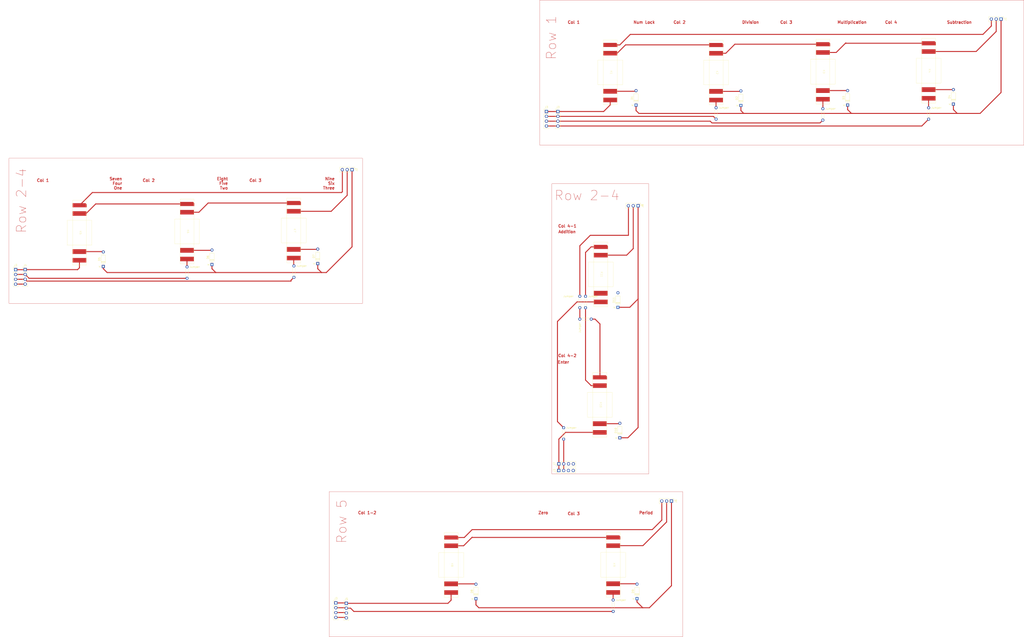
<source format=kicad_pcb>
(kicad_pcb (version 20241229) (generator "pcbnew") (generator_version "9.0")
  (layers (0 "F.Cu" signal) (2 "B.Cu" signal) (13 "F.Paste" user) (15 "B.Paste" user) (5 "F.SilkS" user "F.Silkscreen") (7 "B.SilkS" user "B.Silkscreen") (1 "F.Mask" user) (3 "B.Mask" user) (25 "Edge.Cuts" user))
  (net 0 "")
  (net 1 "Row 1")
  (net 2 "Net-(D1-A)")
  (net 3 "Net-(D2-A)")
  (net 4 "Net-(D3-A)")
  (net 5 "Net-(D4-A)")
  (net 6 "Net-(K1-C2)")
  (net 7 "Net-(K2-C2)")
  (net 8 "Net-(K3-C2)")
  (net 9 "Net-(D5-A)")
  (net 10 "Net-(D6-A)")
  (net 11 "Net-(D7-A)")
  (net 12 "Net-(K5-C2)")
  (net 13 "Net-(K6-C2)")
  (net 14 "Row 2")
  (net 15 "Coil 1-2")
  (net 16 "Coil 1-1")
  (net 17 "Coil 2-2")
  (net 18 "Coil 2-1")
  (net 19 "Col 1-3")
  (net 20 "Col 1-2")
  (net 21 "Col 1-4")
  (net 22 "Col 1-1")
  (net 23 "Col 2-3")
  (net 24 "Col 2-4")
  (net 25 "Col 2-1")
  (net 26 "Col 2-2")
  (net 27 "Net-(D8-A)")
  (net 28 "Row 5")
  (net 29 "Net-(D9-A)")
  (net 30 "Col 5")
  (net 31 "Net-(D10-A)")
  (net 32 "Net-(D11-A)")
  (net 33 "Col 5-2")
  (net 34 "Col 5-4")
  (net 35 "Col 5-3")
  (net 36 "Col 5-1")
  (net 37 "Coil 5-2")
  (net 38 "Coil 5-1")
  (net 41 "Row 5-1")
  (net 42 "Row 5-2")
  (net 43 "Coil 5-3")
  (net 44 "Coil 5-4")
  (net 45 "Net-(K8-C2)")
  (net 46 "Net-(K10-C2)")
  (footprint "Diode_THT:D_DO-35_SOD27_P7.62mm_Horizontal" (layer "F.Cu") (at 372 26.166 90)
    (property "Reference" "D1" (at 3.81 -2.12 90) (layer "F.SilkS"))
    (property "Value" "D")
    (fp_text user "K" (at 0 -1.8 90) (layer "F.SilkS"))
    (pad "1" thru_hole rect (at 0 0 90) (size 1.6 1.6) (drill 0.8) (layers "*.Cu" "*.Mask") (net 1 "Row 1"))
    (pad "2" thru_hole oval (at 7.62 0 90) (size 1.6 1.6) (drill 0.8) (layers "*.Cu" "*.Mask") (net 2 "Net-(D1-A)"))
  )
  (footprint "Connector_PinHeader_2.54mm:PinHeader_1x04_P2.54mm_Vertical" (layer "F.Cu") (at 325 29.5)
    (property "Reference" "J3" (at 0 -2.33 0) (layer "F.SilkS"))
    (property "Value" "Columns")
    (pad "1" thru_hole rect (at 0 0) (size 1.7 1.7) (drill 1) (layers "*.Cu" "*.Mask") (net 22 "Col 1-1"))
    (pad "2" thru_hole oval (at 0 2.54) (size 1.7 1.7) (drill 1) (layers "*.Cu" "*.Mask") (net 20 "Col 1-2"))
    (pad "3" thru_hole oval (at 0 5.08) (size 1.7 1.7) (drill 1) (layers "*.Cu" "*.Mask") (net 19 "Col 1-3"))
    (pad "4" thru_hole oval (at 0 7.62) (size 1.7 1.7) (drill 1) (layers "*.Cu" "*.Mask") (net 21 "Col 1-4"))
  )
  (footprint "Connector_PinHeader_2.54mm:PinHeader_1x03_P2.54mm_Vertical" (layer "F.Cu") (at 563.5 -19.025 -90)
    (property "Reference" "J1" (at 0 -2.33 90) (layer "F.SilkS"))
    (property "Value" "Conn_01x03_Pin")
    (pad "1" thru_hole rect (at 0 0 270) (size 1.7 1.7) (drill 1) (layers "*.Cu" "*.Mask") (net 1 "Row 1"))
    (pad "2" thru_hole oval (at 0 2.54 270) (size 1.7 1.7) (drill 1) (layers "*.Cu" "*.Mask") (net 16 "Coil 1-1"))
    (pad "3" thru_hole oval (at 0 5.08 270) (size 1.7 1.7) (drill 1) (layers "*.Cu" "*.Mask") (net 15 "Coil 1-2"))
  )
  (footprint "project library:Solenoid Key" (layer "F.Cu") (at 275.015875 267.580625 -90)
    (property "Reference" "K8" (at 0 -0.5 270) (layer "F.SilkS") (effects (font (thickness 0.1))))
    (property "Value" "~")
    (pad "1" smd roundrect (at -14.4145 -0.0635 270) (size 2.159 7.493) (layers "F.Cu" "F.Mask" "F.Paste") (roundrect_rratio 0) (chamfer_ratio 0.3) (chamfer top_left) (net 37 "Coil 5-2"))
    (pad "2" smd trapezoid (at -10.080625 0.015875 270) (size 2.38125 7.33425) (layers "F.Cu" "F.Mask" "F.Paste") (net 45 "Net-(K8-C2)"))
    (pad "3" smd rect (at 9.921875 0.0635 270) (size 2.50825 7.239) (layers "F.Cu" "F.Mask" "F.Paste") (net 27 "Net-(D8-A)"))
    (pad "4" smd rect (at 14.478 0.039688 270) (size 2.381248 7.286624) (layers "F.Cu" "F.Mask" "F.Paste") (net 36 "Col 5-1"))
  )
  (footprint "project library:Solenoid Key" (layer "F.Cu") (at 358.497 8.956 -90)
    (property "Reference" "K1" (at 0 -0.5 270) (layer "F.SilkS") (effects (font (thickness 0.1))))
    (property "Value" "~")
    (pad "1" smd roundrect (at -14.4145 -0.0635 270) (size 2.159 7.493) (layers "F.Cu" "F.Mask" "F.Paste") (roundrect_rratio 0) (chamfer_ratio 0.3) (chamfer top_left) (net 15 "Coil 1-2"))
    (pad "2" smd trapezoid (at -10.080625 0.015875 270) (size 2.38125 7.33425) (layers "F.Cu" "F.Mask" "F.Paste") (net 6 "Net-(K1-C2)"))
    (pad "3" smd rect (at 9.921875 0.0635 270) (size 2.50825 7.239) (layers "F.Cu" "F.Mask" "F.Paste") (net 2 "Net-(D1-A)"))
    (pad "4" smd rect (at 14.478 0.039688 270) (size 2.381248 7.286624) (layers "F.Cu" "F.Mask" "F.Paste") (net 22 "Col 1-1"))
  )
  (footprint "Diode_THT:D_DO-35_SOD27_P7.62mm_Horizontal" (layer "F.Cu") (at 92.5 110.854 90)
    (property "Reference" "D5" (at 3.81 -2.12 90) (layer "F.SilkS"))
    (property "Value" "D")
    (fp_text user "K" (at 0 -1.8 90) (layer "F.SilkS"))
    (pad "1" thru_hole rect (at 0 0 90) (size 1.6 1.6) (drill 0.8) (layers "*.Cu" "*.Mask") (net 14 "Row 2"))
    (pad "2" thru_hole oval (at 7.62 0 90) (size 1.6 1.6) (drill 0.8) (layers "*.Cu" "*.Mask") (net 9 "Net-(D5-A)"))
  )
  (footprint "Connector_Wire:SolderWire-0.1sqmm_1x01_D0.4mm_OD1mm_Relief" (layer "F.Cu") (at 342.5 126.5)
    (property "Reference" "Jumper" (at -6 0 0) (layer "F.SilkS"))
    (property "Value" "SolderWire-0.1sqmm_1x01_D0.4mm_OD1mm_Relief" (hide yes))
    (pad "" thru_hole oval (at 0 6) (size 1.6 1.6) (drill 0.8) (layers "*.Cu" "*.Mask") (net 44 "Coil 5-4"))
    (pad "1" thru_hole oval (at 0 0) (size 1.6 1.6) (drill 0.8) (layers "*.Cu" "*.Mask") (net 44 "Coil 5-4"))
  )
  (footprint "project library:Solenoid Key" (layer "F.Cu") (at 525.515875 8.080625 -90)
    (property "Reference" "K4" (at 0 -0.5 270) (layer "F.SilkS") (effects (font (thickness 0.1))))
    (property "Value" "~")
    (pad "1" smd roundrect (at -14.4145 -0.0635 270) (size 2.159 7.493) (layers "F.Cu" "F.Mask" "F.Paste") (roundrect_rratio 0) (chamfer_ratio 0.3) (chamfer top_left) (net 8 "Net-(K3-C2)"))
    (pad "2" smd trapezoid (at -10.080625 0.015875 270) (size 2.38125 7.33425) (layers "F.Cu" "F.Mask" "F.Paste") (net 16 "Coil 1-1"))
    (pad "3" smd rect (at 9.921875 0.0635 270) (size 2.50825 7.239) (layers "F.Cu" "F.Mask" "F.Paste") (net 5 "Net-(D4-A)"))
    (pad "4" smd rect (at 14.478 0.039688 270) (size 2.381248 7.286624) (layers "F.Cu" "F.Mask" "F.Paste") (net 21 "Col 1-4"))
  )
  (footprint "Connector_PinHeader_2.54mm:PinHeader_1x03_P2.54mm_Vertical" (layer "F.Cu") (at 390.58 234.044 -90)
    (property "Reference" "J6" (at 0 -2.33 90) (layer "F.SilkS"))
    (property "Value" "Conn_01x03_Pin")
    (pad "1" thru_hole rect (at 0 0 270) (size 1.7 1.7) (drill 1) (layers "*.Cu" "*.Mask") (net 28 "Row 5"))
    (pad "2" thru_hole oval (at 0 2.54 270) (size 1.7 1.7) (drill 1) (layers "*.Cu" "*.Mask") (net 38 "Coil 5-1"))
    (pad "3" thru_hole oval (at 0 5.08 270) (size 1.7 1.7) (drill 1) (layers "*.Cu" "*.Mask") (net 37 "Coil 5-2"))
  )
  (footprint "Connector_Wire:SolderWire-0.1sqmm_1x01_D0.4mm_OD1mm_Relief" (layer "F.Cu") (at 414 27.5)
    (property "Reference" "Jumper" (at 4 0 0) (layer "F.SilkS"))
    (property "Value" "SolderWire-0.1sqmm_1x01_D0.4mm_OD1mm_Relief" (hide yes))
    (pad "" thru_hole oval (at 0 6) (size 1.6 1.6) (drill 0.8) (layers "*.Cu" "*.Mask") (net 20 "Col 1-2"))
    (pad "1" thru_hole oval (at 0 0) (size 1.6 1.6) (drill 0.8) (layers "*.Cu" "*.Mask") (net 20 "Col 1-2"))
  )
  (footprint "Connector_PinHeader_2.54mm:PinHeader_1x03_P2.54mm_Vertical" (layer "F.Cu") (at 223 60.044 -90)
    (property "Reference" "J2" (at 0 -2.33 90) (layer "F.SilkS"))
    (property "Value" "Coils")
    (pad "1" thru_hole rect (at 0 0 270) (size 1.7 1.7) (drill 1) (layers "*.Cu" "*.Mask") (net 14 "Row 2"))
    (pad "2" thru_hole oval (at 0 2.54 270) (size 1.7 1.7) (drill 1) (layers "*.Cu" "*.Mask") (net 18 "Coil 2-1"))
    (pad "3" thru_hole oval (at 0 5.08 270) (size 1.7 1.7) (drill 1) (layers "*.Cu" "*.Mask") (net 17 "Coil 2-2"))
  )
  (footprint "Connector_Wire:SolderWire-0.1sqmm_1x01_D0.4mm_OD1mm_Relief" (layer "F.Cu") (at 470 28.025)
    (property "Reference" "Jumper" (at 4 0 0) (layer "F.SilkS"))
    (property "Value" "SolderWire-0.1sqmm_1x01_D0.4mm_OD1mm_Relief" (hide yes))
    (pad "" thru_hole oval (at 0 6) (size 1.6 1.6) (drill 0.8) (layers "*.Cu" "*.Mask") (net 19 "Col 1-3"))
    (pad "1" thru_hole oval (at 0 0) (size 1.6 1.6) (drill 0.8) (layers "*.Cu" "*.Mask") (net 19 "Col 1-3"))
  )
  (footprint "Connector_Wire:SolderWire-0.1sqmm_1x01_D0.4mm_OD1mm_Relief" (layer "F.Cu") (at 192.5 110.569)
    (property "Reference" "Jumper" (at 4 0 0) (layer "F.SilkS"))
    (property "Value" "SolderWire-0.1sqmm_1x01_D0.4mm_OD1mm_Relief" (hide yes))
    (pad "" thru_hole oval (at 0 6) (size 1.6 1.6) (drill 0.8) (layers "*.Cu" "*.Mask") (net 23 "Col 2-3"))
    (pad "1" thru_hole oval (at 0 0) (size 1.6 1.6) (drill 0.8) (layers "*.Cu" "*.Mask") (net 23 "Col 2-3"))
  )
  (footprint "Diode_THT:D_DO-35_SOD27_P7.62mm_Horizontal" (layer "F.Cu") (at 483 26.12 90)
    (property "Reference" "D3" (at 3.81 -2.12 90) (layer "F.SilkS"))
    (property "Value" "D")
    (fp_text user "K" (at 0 -1.8 90) (layer "F.SilkS"))
    (pad "1" thru_hole rect (at 0 0 90) (size 1.6 1.6) (drill 0.8) (layers "*.Cu" "*.Mask") (net 1 "Row 1"))
    (pad "2" thru_hole oval (at 7.62 0 90) (size 1.6 1.6) (drill 0.8) (layers "*.Cu" "*.Mask") (net 4 "Net-(D3-A)"))
  )
  (footprint "Diode_THT:D_DO-35_SOD27_P7.62mm_Horizontal" (layer "F.Cu") (at 372.5 285.266 90)
    (property "Reference" "D9" (at 3.81 -2.12 90) (layer "F.SilkS"))
    (property "Value" "D")
    (fp_text user "K" (at 0 -1.8 90) (layer "F.SilkS"))
    (pad "1" thru_hole rect (at 0 0 90) (size 1.6 1.6) (drill 0.8) (layers "*.Cu" "*.Mask") (net 28 "Row 5"))
    (pad "2" thru_hole oval (at 7.62 0 90) (size 1.6 1.6) (drill 0.8) (layers "*.Cu" "*.Mask") (net 29 "Net-(D9-A)"))
  )
  (footprint "Diode_THT:D_DO-35_SOD27_P7.62mm_Horizontal" (layer "F.Cu") (at 363.5 200.81 90)
    (property "Reference" "D10" (at 3.81 -2.12 90) (layer "F.SilkS"))
    (property "Value" "D")
    (fp_text user "K" (at 0 -1.8 90) (layer "F.SilkS"))
    (pad "1" thru_hole rect (at 0 0 90) (size 1.6 1.6) (drill 0.8) (layers "*.Cu" "*.Mask") (net 30 "Col 5"))
    (pad "2" thru_hole oval (at 7.62 0 90) (size 1.6 1.6) (drill 0.8) (layers "*.Cu" "*.Mask") (net 31 "Net-(D10-A)"))
  )
  (footprint "Diode_THT:D_DO-35_SOD27_P7.62mm_Horizontal" (layer "F.Cu") (at 427 26.31 90)
    (property "Reference" "D2" (at 3.81 -2.12 90) (layer "F.SilkS"))
    (property "Value" "D")
    (fp_text user "K" (at 0 -1.8 90) (layer "F.SilkS"))
    (pad "1" thru_hole rect (at 0 0 90) (size 1.6 1.6) (drill 0.8) (layers "*.Cu" "*.Mask") (net 1 "Row 1"))
    (pad "2" thru_hole oval (at 7.62 0 90) (size 1.6 1.6) (drill 0.8) (layers "*.Cu" "*.Mask") (net 3 "Net-(D2-A)"))
  )
  (footprint "Connector_PinHeader_2.54mm:PinHeader_1x04_P2.54mm_Vertical" (layer "F.Cu") (at 331 29.5)
    (property "Reference" "J3" (at 0 -2.33 0) (layer "F.SilkS"))
    (property "Value" "Conn_01x04_Pin" (hide yes))
    (pad "1" thru_hole rect (at 0 0) (size 1.7 1.7) (drill 1) (layers "*.Cu" "*.Mask") (net 22 "Col 1-1"))
    (pad "2" thru_hole oval (at 0 2.54) (size 1.7 1.7) (drill 1) (layers "*.Cu" "*.Mask") (net 20 "Col 1-2"))
    (pad "3" thru_hole oval (at 0 5.08) (size 1.7 1.7) (drill 1) (layers "*.Cu" "*.Mask") (net 19 "Col 1-3"))
    (pad "4" thru_hole oval (at 0 7.62) (size 1.7 1.7) (drill 1) (layers "*.Cu" "*.Mask") (net 21 "Col 1-4"))
  )
  (footprint "Connector_PinHeader_2.54mm:PinHeader_1x04_P2.54mm_Vertical" (layer "F.Cu") (at 331.5 214.5 90)
    (property "Reference" "J7" (at 0 -2.33 90) (layer "F.SilkS"))
    (property "Value" "Conn_01x04_Pin" (hide yes))
    (pad "1" thru_hole rect (at 0 0 90) (size 1.7 1.7) (drill 1) (layers "*.Cu" "*.Mask") (net 41 "Row 5-1"))
    (pad "2" thru_hole oval (at 0 2.54 90) (size 1.7 1.7) (drill 1) (layers "*.Cu" "*.Mask") (net 42 "Row 5-2"))
    (pad "3" thru_hole oval (at 0 5.08 90) (size 1.7 1.7) (drill 1) (layers "*.Cu" "*.Mask"))
    (pad "4" thru_hole oval (at 0 7.62 90) (size 1.7 1.7) (drill 1) (layers "*.Cu" "*.Mask"))
  )
  (footprint "project library:Solenoid Key" (layer "F.Cu") (at 470.0635 8.578125 -90)
    (property "Reference" "K3" (at 0 -0.5 270) (layer "F.SilkS") (effects (font (thickness 0.1))))
    (property "Value" "~")
    (pad "1" smd roundrect (at -14.4145 -0.0635 270) (size 2.159 7.493) (layers "F.Cu" "F.Mask" "F.Paste") (roundrect_rratio 0) (chamfer_ratio 0.3) (chamfer top_left) (net 7 "Net-(K2-C2)"))
    (pad "2" smd trapezoid (at -10.080625 0.015875 270) (size 2.38125 7.33425) (layers "F.Cu" "F.Mask" "F.Paste") (net 8 "Net-(K3-C2)"))
    (pad "3" smd rect (at 9.921875 0.0635 270) (size 2.50825 7.239) (layers "F.Cu" "F.Mask" "F.Paste") (net 4 "Net-(D3-A)"))
    (pad "4" smd rect (at 14.478 0.039688 270) (size 2.381248 7.286624) (layers "F.Cu" "F.Mask" "F.Paste") (net 19 "Col 1-3"))
  )
  (footprint "Connector_Wire:SolderWire-0.1sqmm_1x01_D0.4mm_OD1mm_Relief" (layer "F.Cu") (at 136.4365 111.069)
    (property "Reference" "Jumper" (at 4 0 0) (layer "F.SilkS"))
    (property "Value" "SolderWire-0.1sqmm_1x01_D0.4mm_OD1mm_Relief" (hide yes))
    (pad "" thru_hole oval (at 0 6) (size 1.6 1.6) (drill 0.8) (layers "*.Cu" "*.Mask") (net 26 "Col 2-2"))
    (pad "1" thru_hole oval (at 0 0) (size 1.6 1.6) (drill 0.8) (layers "*.Cu" "*.Mask") (net 26 "Col 2-2"))
  )
  (footprint "project library:Solenoid Key" (layer "F.Cu") (at 353.5 115 -90)
    (property "Reference" "K11" (at 0 -0.5 270) (layer "F.SilkS") (effects (font (thickness 0.1))))
    (property "Value" "~")
    (pad "1" smd roundrect (at -14.4145 -0.0635 270) (size 2.159 7.493) (layers "F.Cu" "F.Mask" "F.Paste") (roundrect_rratio 0) (chamfer_ratio 0.3) (chamfer top_left) (net 46 "Net-(K10-C2)"))
    (pad "2" smd trapezoid (at -10.080625 0.015875 270) (size 2.38125 7.33425) (layers "F.Cu" "F.Mask" "F.Paste") (net 43 "Coil 5-3"))
    (pad "3" smd rect (at 9.921875 0.0635 270) (size 2.50825 7.239) (layers "F.Cu" "F.Mask" "F.Paste") (net 32 "Net-(D11-A)"))
    (pad "4" smd rect (at 14.478 0.039688 270) (size 2.381248 7.286624) (layers "F.Cu" "F.Mask" "F.Paste") (net 42 "Row 5-2"))
  )
  (footprint "Connector_Wire:SolderWire-0.1sqmm_1x01_D0.4mm_OD1mm_Relief" (layer "F.Cu") (at 360 285.981)
    (property "Reference" "Jumper" (at 4 0 0) (layer "F.SilkS"))
    (property "Value" "SolderWire-0.1sqmm_1x01_D0.4mm_OD1mm_Relief" (hide yes))
    (pad "" thru_hole oval (at 0 6) (size 1.6 1.6) (drill 0.8) (layers "*.Cu" "*.Mask") (net 33 "Col 5-2"))
    (pad "1" thru_hole oval (at 0 0) (size 1.6 1.6) (drill 0.8) (layers "*.Cu" "*.Mask") (net 33 "Col 5-2"))
  )
  (footprint "Diode_THT:D_DO-35_SOD27_P7.62mm_Horizontal" (layer "F.Cu") (at 149.5 109.854 90)
    (property "Reference" "D6" (at 3.81 -2.12 90) (layer "F.SilkS"))
    (property "Value" "D")
    (fp_text user "K" (at 0 -1.8 90) (layer "F.SilkS"))
    (pad "1" thru_hole rect (at 0 0 90) (size 1.6 1.6) (drill 0.8) (layers "*.Cu" "*.Mask") (net 14 "Row 2"))
    (pad "2" thru_hole oval (at 7.62 0 90) (size 1.6 1.6) (drill 0.8) (layers "*.Cu" "*.Mask") (net 10 "Net-(D6-A)"))
  )
  (footprint "Connector_Wire:SolderWire-0.1sqmm_1x01_D0.4mm_OD1mm_Relief" (layer "F.Cu") (at 334 195.525)
    (property "Reference" "Jumper" (at 4 0 0) (layer "F.SilkS"))
    (property "Value" "SolderWire-0.1sqmm_1x01_D0.4mm_OD1mm_Relief" (hide yes))
    (pad "" thru_hole oval (at 0 6) (size 1.6 1.6) (drill 0.8) (layers "*.Cu" "*.Mask") (net 42 "Row 5-2"))
    (pad "1" thru_hole oval (at 0 0) (size 1.6 1.6) (drill 0.8) (layers "*.Cu" "*.Mask") (net 42 "Row 5-2"))
  )
  (footprint "project library:Solenoid Key" (layer "F.Cu") (at 353 183.5 -90)
    (property "Reference" "K10" (at 0 -0.5 270) (layer "F.SilkS") (effects (font (thickness 0.1))))
    (property "Value" "~")
    (pad "1" smd roundrect (at -14.4145 -0.0635 270) (size 2.159 7.493) (layers "F.Cu" "F.Mask" "F.Paste") (roundrect_rratio 0) (chamfer_ratio 0.3) (chamfer top_left) (net 44 "Coil 5-4"))
    (pad "2" smd trapezoid (at -10.080625 0.015875 270) (size 2.38125 7.33425) (layers "F.Cu" "F.Mask" "F.Paste") (net 46 "Net-(K10-C2)"))
    (pad "3" smd rect (at 9.921875 0.0635 270) (size 2.50825 7.239) (layers "F.Cu" "F.Mask" "F.Paste") (net 31 "Net-(D10-A)"))
    (pad "4" smd rect (at 14.478 0.039688 270) (size 2.381248 7.286624) (layers "F.Cu" "F.Mask" "F.Paste") (net 41 "Row 5-1"))
  )
  (footprint "Connector_PinHeader_2.54mm:PinHeader_1x03_P2.54mm_Vertical" (layer "F.Cu") (at 373.08 79 -90)
    (property "Reference" "J8" (at 0 -2.33 90) (layer "F.SilkS"))
    (property "Value" "Conn_01x03_Pin")
    (pad "1" thru_hole rect (at 0 0 270) (size 1.7 1.7) (drill 1) (layers "*.Cu" "*.Mask") (net 30 "Col 5"))
    (pad "2" thru_hole oval (at 0 2.54 270) (size 1.7 1.7) (drill 1) (layers "*.Cu" "*.Mask") (net 43 "Coil 5-3"))
    (pad "3" thru_hole oval (at 0 5.08 270) (size 1.7 1.7) (drill 1) (layers "*.Cu" "*.Mask") (net 44 "Coil 5-4"))
  )
  (footprint "Connector_PinHeader_2.54mm:PinHeader_1x04_P2.54mm_Vertical" (layer "F.Cu") (at 220 287.744)
    (property "Reference" "J5" (at 0 -2.33 0) (layer "F.SilkS"))
    (property "Value" "Conn_01x04_Pin")
    (pad "1" thru_hole rect (at 0 0) (size 1.7 1.7) (drill 1) (layers "*.Cu" "*.Mask") (net 36 "Col 5-1"))
    (pad "2" thru_hole oval (at 0 2.54) (size 1.7 1.7) (drill 1) (layers "*.Cu" "*.Mask") (net 33 "Col 5-2"))
    (pad "3" thru_hole oval (at 0 5.08) (size 1.7 1.7) (drill 1) (layers "*.Cu" "*.Mask") (net 35 "Col 5-3"))
    (pad "4" thru_hole oval (at 0 7.62) (size 1.7 1.7) (drill 1) (layers "*.Cu" "*.Mask") (net 34 "Col 5-4"))
  )
  (footprint "Connector_PinHeader_2.54mm:PinHeader_1x04_P2.54mm_Vertical" (layer "F.Cu") (at 46.5 112.544)
    (property "Reference" "J3" (at 0 -2.33 0) (layer "F.SilkS"))
    (property "Value" "Columns")
    (pad "1" thru_hole rect (at 0 0) (size 1.7 1.7) (drill 1) (layers "*.Cu" "*.Mask") (net 25 "Col 2-1"))
    (pad "2" thru_hole oval (at 0 2.54) (size 1.7 1.7) (drill 1) (layers "*.Cu" "*.Mask") (net 26 "Col 2-2"))
    (pad "3" thru_hole oval (at 0 5.08) (size 1.7 1.7) (drill 1) (layers "*.Cu" "*.Mask") (net 23 "Col 2-3"))
    (pad "4" thru_hole oval (at 0 7.62) (size 1.7 1.7) (drill 1) (layers "*.Cu" "*.Mask") (net 24 "Col 2-4"))
  )
  (footprint "Diode_THT:D_DO-35_SOD27_P7.62mm_Horizontal" (layer "F.Cu") (at 288 285.31 90)
    (property "Reference" "D8" (at 3.81 -2.12 90) (layer "F.SilkS"))
    (property "Value" "D")
    (fp_text user "K" (at 0 -1.8 90) (layer "F.SilkS"))
    (pad "1" thru_hole rect (at 0 0 90) (size 1.6 1.6) (drill 0.8) (layers "*.Cu" "*.Mask") (net 28 "Row 5"))
    (pad "2" thru_hole oval (at 7.62 0 90) (size 1.6 1.6) (drill 0.8) (layers "*.Cu" "*.Mask") (net 27 "Net-(D8-A)"))
  )
  (footprint "project library:Solenoid Key" (layer "F.Cu") (at 136.4365 92.4585 -90)
    (property "Reference" "K6" (at 0 -0.5 270) (layer "F.SilkS") (effects (font (thickness 0.1))))
    (property "Value" "~")
    (pad "1" smd roundrect (at -14.4145 -0.0635 270) (size 2.159 7.493) (layers "F.Cu" "F.Mask" "F.Paste") (roundrect_rratio 0) (chamfer_ratio 0.3) (chamfer top_left) (net 12 "Net-(K5-C2)"))
    (pad "2" smd trapezoid (at -10.080625 0.015875 270) (size 2.38125 7.33425) (layers "F.Cu" "F.Mask" "F.Paste") (net 13 "Net-(K6-C2)"))
    (pad "3" smd rect (at 9.921875 0.0635 270) (size 2.50825 7.239) (layers "F.Cu" "F.Mask" "F.Paste") (net 10 "Net-(D6-A)"))
    (pad "4" smd rect (at 14.478 0.039688 270) (size 2.381248 7.286624) (layers "F.Cu" "F.Mask" "F.Paste") (net 26 "Col 2-2"))
  )
  (footprint "Connector_PinHeader_2.54mm:PinHeader_1x04_P2.54mm_Vertical" (layer "F.Cu") (at 51.5 112.504)
    (property "Reference" "J4" (at 0 -2.33 0) (layer "F.SilkS"))
    (property "Value" "Conn_01x04_Pin" (hide yes))
    (pad "1" thru_hole rect (at 0 0) (size 1.7 1.7) (drill 1) (layers "*.Cu" "*.Mask") (net 25 "Col 2-1"))
    (pad "2" thru_hole oval (at 0 2.54) (size 1.7 1.7) (drill 1) (layers "*.Cu" "*.Mask") (net 26 "Col 2-2"))
    (pad "3" thru_hole oval (at 0 5.08) (size 1.7 1.7) (drill 1) (layers "*.Cu" "*.Mask") (net 23 "Col 2-3"))
    (pad "4" thru_hole oval (at 0 7.62) (size 1.7 1.7) (drill 1) (layers "*.Cu" "*.Mask") (net 24 "Col 2-4"))
  )
  (footprint "Diode_THT:D_DO-35_SOD27_P7.62mm_Horizontal" (layer "F.Cu") (at 362.5 132.31 90)
    (property "Reference" "D11" (at 3.81 -2.12 90) (layer "F.SilkS"))
    (property "Value" "D")
    (fp_text user "K" (at 0 -1.8 90) (layer "F.SilkS"))
    (pad "1" thru_hole rect (at 0 0 90) (size 1.6 1.6) (drill 0.8) (layers "*.Cu" "*.Mask") (net 30 "Col 5"))
    (pad "2" thru_hole oval (at 7.62 0 90) (size 1.6 1.6) (drill 0.8) (layers "*.Cu" "*.Mask") (net 32 "Net-(D11-A)"))
  )
  (footprint "Connector_Wire:SolderWire-0.1sqmm_1x01_D0.4mm_OD1mm_Relief" (layer "F.Cu") (at 342.5 138.5 90)
    (property "Reference" "Jumper" (at -4.5 0 90) (layer "F.SilkS"))
    (property "Value" "SolderWire-0.1sqmm_1x01_D0.4mm_OD1mm_Relief" (hide yes))
    (pad "" thru_hole oval (at 0 6 180) (size 1.6 1.6) (drill 0.8) (layers "*.Cu" "*.Mask") (net 44 "Coil 5-4"))
    (pad "1" thru_hole oval (at 0 0 90) (size 1.6 1.6) (drill 0.8) (layers "*.Cu" "*.Mask") (net 44 "Coil 5-4"))
  )
  (footprint "Connector_Wire:SolderWire-0.1sqmm_1x01_D0.4mm_OD1mm_Relief" (layer "F.Cu") (at 525.5 27.525)
    (property "Reference" "Jumper" (at 4 0 0) (layer "F.SilkS"))
    (property "Value" "SolderWire-0.1sqmm_1x01_D0.4mm_OD1mm_Relief" (hide yes))
    (pad "" thru_hole oval (at 0 6) (size 1.6 1.6) (drill 0.8) (layers "*.Cu" "*.Mask") (net 21 "Col 1-4"))
    (pad "1" thru_hole oval (at 0 0) (size 1.6 1.6) (drill 0.8) (layers "*.Cu" "*.Mask") (net 21 "Col 1-4"))
  )
  (footprint "project library:Solenoid Key" (layer "F.Cu") (at 414.003 9 -90)
    (property "Reference" "K2" (at 0 -0.5 270) (layer "F.SilkS") (effects (font (thickness 0.1))))
    (property "Value" "~")
    (pad "1" smd roundrect (at -14.4145 -0.0635 270) (size 2.159 7.493) (layers "F.Cu" "F.Mask" "F.Paste") (roundrect_rratio 0) (chamfer_ratio 0.3) (chamfer top_left) (net 6 "Net-(K1-C2)"))
    (pad "2" smd trapezoid (at -10.080625 0.015875 270) (size 2.38125 7.33425) (layers "F.Cu" "F.Mask" "F.Paste") (net 7 "Net-(K2-C2)"))
    (pad "3" smd rect (at 9.921875 0.0635 270) (size 2.50825 7.239) (layers "F.Cu" "F.Mask" "F.Paste") (net 3 "Net-(D2-A)"))
    (pad "4" smd rect (at 14.478 0.039688 270) (size 2.381248 7.286624) (layers "F.Cu" "F.Mask" "F.Paste") (net 20 "Col 1-2"))
  )
  (footprint "Connector_Wire:SolderWire-0.1sqmm_1x01_D0.4mm_OD1mm_Relief" (layer "F.Cu") (at 345.5 126.525)
    (property "Reference" "Jumper" (at 4 0 0) (layer "F.SilkS"))
    (property "Value" "SolderWire-0.1sqmm_1x01_D0.4mm_OD1mm_Relief" (hide yes))
    (pad "" thru_hole oval (at 0 6) (size 1.6 1.6) (drill 0.8) (layers "*.Cu" "*.Mask") (net 46 "Net-(K10-C2)"))
    (pad "1" thru_hole oval (at 0 0) (size 1.6 1.6) (drill 0.8) (layers "*.Cu" "*.Mask") (net 46 "Net-(K10-C2)"))
  )
  (footprint "Connector_PinHeader_2.54mm:PinHeader_1x04_P2.54mm_Vertical" (layer "F.Cu") (at 331.46 218 90)
    (property "Reference" "J3" (at 0 -2.33 90) (layer "F.SilkS"))
    (property "Value" "Columns")
    (pad "1" thru_hole rect (at 0 0 90) (size 1.7 1.7) (drill 1) (layers "*.Cu" "*.Mask") (net 41 "Row 5-1"))
    (pad "2" thru_hole oval (at 0 2.54 90) (size 1.7 1.7) (drill 1) (layers "*.Cu" "*.Mask") (net 42 "Row 5-2"))
    (pad "3" thru_hole oval (at 0 5.08 90) (size 1.7 1.7) (drill 1) (layers "*.Cu" "*.Mask"))
    (pad "4" thru_hole oval (at 0 7.62 90) (size 1.7 1.7) (drill 1) (layers "*.Cu" "*.Mask"))
  )
  (footprint "project library:Solenoid Key" (layer "F.Cu") (at 192.4365 91.9585 -90)
    (property "Reference" "K7" (at 0 -0.5 270) (layer "F.SilkS") (effects (font (thickness 0.1))))
    (property "Value" "~")
    (pad "1" smd roundrect (at -14.4145 -0.0635 270) (size 2.159 7.493) (layers "F.Cu" "F.Mask" "F.Paste") (roundrect_rratio 0) (chamfer_ratio 0.3) (chamfer top_left) (net 13 "Net-(K6-C2)"))
    (pad "2" smd trapezoid (at -10.080625 0.015875 270) (size 2.38125 7.33425) (layers "F.Cu" "F.Mask" "F.Paste") (net 18 "Coil 2-1"))
    (pad "3" smd rect (at 9.921875 0.0635 270) (size 2.50825 7.239) (layers "F.Cu" "F.Mask" "F.Paste") (net 11 "Net-(D7-A)"))
    (pad "4" smd rect (at 14.478 0.039688 270) (size 2.381248 7.286624) (layers "F.Cu" "F.Mask" "F.Paste") (net 23 "Col 2-3"))
  )
  (footprint "Connector_PinHeader_2.54mm:PinHeader_1x04_P2.54mm_Vertical" (layer "F.Cu") (at 214.5 287.504)
    (property "Reference" "J3" (at 0 -2.33 0) (layer "F.SilkS"))
    (property "Value" "Columns")
    (pad "1" thru_hole rect (at 0 0) (size 1.7 1.7) (drill 1) (layers "*.Cu" "*.Mask") (net 36 "Col 5-1"))
    (pad "2" thru_hole oval (at 0 2.54) (size 1.7 1.7) (drill 1) (layers "*.Cu" "*.Mask") (net 33 "Col 5-2"))
    (pad "3" thru_hole oval (at 0 5.08) (size 1.7 1.7) (drill 1) (layers "*.Cu" "*.Mask") (net 35 "Col 5-3"))
    (pad "4" thru_hole oval (at 0 7.62) (size 1.7 1.7) (drill 1) (layers "*.Cu" "*.Mask") (net 34 "Col 5-4"))
  )
  (footprint "project library:Solenoid Key" (layer "F.Cu") (at 360.015875 267.536625 -90)
    (property "Reference" "K9" (at 0 -0.5 270) (layer "F.SilkS") (effects (font (thickness 0.1))))
    (property "Value" "~")
    (pad "1" smd roundrect (at -14.4145 -0.0635 270) (size 2.159 7.493) (layers "F.Cu" "F.Mask" "F.Paste") (roundrect_rratio 0) (chamfer_ratio 0.3) (chamfer top_left) (net 45 "Net-(K8-C2)"))
    (pad "2" smd trapezoid (at -10.080625 0.015875 270) (size 2.38125 7.33425) (layers "F.Cu" "F.Mask" "F.Paste") (net 38 "Coil 5-1"))
    (pad "3" smd rect (at 9.921875 0.0635 270) (size 2.50825 7.239) (layers "F.Cu" "F.Mask" "F.Paste") (net 29 "Net-(D9-A)"))
    (pad "4" smd rect (at 14.478 0.039688 270) (size 2.381248 7.286624) (layers "F.Cu" "F.Mask" "F.Paste") (net 33 "Col 5-2"))
  )
  (footprint "project library:Solenoid Key" (layer "F.Cu") (at 80.015875 93.124625 -90)
    (property "Reference" "K5" (at 0 -0.5 270) (layer "F.SilkS") (effects (font (thickness 0.1))))
    (property "Value" "~")
    (pad "1" smd roundrect (at -14.4145 -0.0635 270) (size 2.159 7.493) (layers "F.Cu" "F.Mask" "F.Paste") (roundrect_rratio 0) (chamfer_ratio 0.3) (chamfer top_left) (net 17 "Coil 2-2"))
    (pad "2" smd trapezoid (at -10.080625 0.015875 270) (size 2.38125 7.33425) (layers "F.Cu" "F.Mask" "F.Paste") (net 12 "Net-(K5-C2)"))
    (pad "3" smd rect (at 9.921875 0.0635 270) (size 2.50825 7.239) (layers "F.Cu" "F.Mask" "F.Paste") (net 9 "Net-(D5-A)"))
    (pad "4" smd rect (at 14.478 0.039688 270) (size 2.381248 7.286624) (layers "F.Cu" "F.Mask" "F.Paste") (net 25 "Col 2-1"))
  )
  (footprint "Diode_THT:D_DO-35_SOD27_P7.62mm_Horizontal" (layer "F.Cu") (at 205 109.354 90)
    (property "Reference" "D7" (at 3.81 -2.12 90) (layer "F.SilkS"))
    (property "Value" "D")
    (fp_text user "K" (at 0 -1.8 90) (layer "F.SilkS"))
    (pad "1" thru_hole rect (at 0 0 90) (size 1.6 1.6) (drill 0.8) (layers "*.Cu" "*.Mask") (net 14 "Row 2"))
    (pad "2" thru_hole oval (at 7.62 0 90) (size 1.6 1.6) (drill 0.8) (layers "*.Cu" "*.Mask") (net 11 "Net-(D7-A)"))
  )
  (footprint "Diode_THT:D_DO-35_SOD27_P7.62mm_Horizontal" (layer "F.Cu") (at 538.5 25.62 90)
    (property "Reference" "D4" (at 3.81 -2.12 90) (layer "F.SilkS"))
    (property "Value" "D")
    (fp_text user "K" (at 0 -1.8 90) (layer "F.SilkS"))
    (pad "1" thru_hole rect (at 0 0 90) (size 1.6 1.6) (drill 0.8) (layers "*.Cu" "*.Mask") (net 1 "Row 1"))
    (pad "2" thru_hole oval (at 7.62 0 90) (size 1.6 1.6) (drill 0.8) (layers "*.Cu" "*.Mask") (net 5 "Net-(D4-A)"))
  )
  (gr_rect (start 321.5 -29) (end 575.5 47.2) (stroke (width 0.1)) (fill no) (layer "F.Cu"))
  (gr_rect (start 43 54.044) (end 228.5 130.244) (stroke (width 0.1)) (fill no) (layer "F.Cu"))
  (gr_rect (start 327.853 67.4) (end 378.653 219.8) (stroke (width 0.1)) (fill no) (layer "F.Cu"))
  (gr_rect (start 211 229.088) (end 396.5 305.288) (stroke (width 0.1)) (fill no) (layer "F.Cu"))
  (gr_text "Enter" (at 337 162 0) (layer "F.Cu") (effects (font (size 1.5 1.5) (thickness 0.3) (bold yes)) (justify right bottom)))
  (gr_text "Subtraction" (at 535 -16.5 0) (layer "F.Cu") (effects (font (size 1.5 1.5) (thickness 0.3) (bold yes)) (justify left bottom)))
  (gr_text "Zero" (at 326 241.044 0) (layer "F.Cu") (effects (font (size 1.5 1.5) (thickness 0.3) (bold yes)) (justify right bottom)))
  (gr_text "Row 5" (at 220.5 256.544 90) (layer "F.Cu") (effects (font (size 5 5)) (justify left bottom)))
  (gr_text "Col 3\n" (at 447.5 -16.5 0) (layer "F.Cu") (effects (font (size 1.5 1.5) (thickness 0.3) (bold yes)) (justify left bottom)))
  (gr_text "Col 2 " (at 391.5 -16.5 0) (layer "F.Cu") (effects (font (size 1.5 1.5) (thickness 0.3) (bold yes)) (justify left bottom)))
  (gr_text "Col 4-1" (at 331.006 90.5 0) (layer "F.Cu") (effects (font (size 1.5 1.5) (thickness 0.3) (bold yes)) (justify left bottom)))
  (gr_text "Row 2-4" (at 52.5 93.544 90) (layer "F.Cu") (effects (font (size 5 5)) (justify left bottom)))
  (gr_text "Period" (at 381 241.044 0) (layer "F.Cu") (effects (font (size 1.5 1.5) (thickness 0.3) (bold yes)) (justify right bottom)))
  (gr_text "Multiplication" (at 477.5 -16.5 0) (layer "F.Cu") (effects (font (size 1.5 1.5) (thickness 0.3) (bold yes)) (justify left bottom)))
  (gr_text "Col 1-2\n" (at 226 241.044 0) (layer "F.Cu") (effects (font (size 1.5 1.5) (thickness 0.3) (bold yes)) (justify left bottom)))
  (gr_text "Col 1 " (at 336 -16.5 0) (layer "F.Cu") (effects (font (size 1.5 1.5) (thickness 0.3) (bold yes)) (justify left bottom)))
  (gr_text "Addition" (at 340.5 93.5 0) (layer "F.Cu") (effects (font (size 1.5 1.5) (thickness 0.3) (bold yes)) (justify right bottom)))
  (gr_text "Row 2-4" (at 329 76.5 0) (layer "F.Cu") (effects (font (size 5 5)) (justify left bottom)))
  (gr_text "Col 3" (at 336 241.5 0) (layer "F.Cu") (effects (font (size 1.5 1.5) (thickness 0.3) (bold yes)) (justify left bottom)))
  (gr_text "Row 1" (at 330.5 2.5 90) (layer "F.Cu") (effects (font (size 5 5)) (justify left bottom)))
  (gr_text "Num Lock\n" (at 370.5 -16.5 0) (layer "F.Cu") (effects (font (size 1.5 1.5) (thickness 0.3) (bold yes)) (justify left bottom)))
  (gr_text "Nine\nSix\nThree" (at 214 70.544 0) (layer "F.Cu") (effects (font (size 1.5 1.5) (thickness 0.3) (bold yes)) (justify right bottom)))
  (gr_text "Division" (at 427.5 -16.5 0) (layer "F.Cu") (effects (font (size 1.5 1.5) (thickness 0.3) (bold yes)) (justify left bottom)))
  (gr_text "Col 2 " (at 113 66.544 0) (layer "F.Cu") (effects (font (size 1.5 1.5) (thickness 0.3) (bold yes)) (justify left bottom)))
  (gr_text "Col 1 " (at 57.5 66.544 0) (layer "F.Cu") (effects (font (size 1.5 1.5) (thickness 0.3) (bold yes)) (justify left bottom)))
  (gr_text "Col 3\n" (at 169 66.544 0) (layer "F.Cu") (effects (font (size 1.5 1.5) (thickness 0.3) (bold yes)) (justify left bottom)))
  (gr_text "Seven\nFour\nOne" (at 102.5 70.544 0) (layer "F.Cu") (effects (font (size 1.5 1.5) (thickness 0.3) (bold yes)) (justify right bottom)))
  (gr_text "Col 4" (at 502.5 -16.5 0) (layer "F.Cu") (effects (font (size 1.5 1.5) (thickness 0.3) (bold yes)) (justify left bottom)))
  (gr_text "Eight\nFive\nTwo" (at 158 70.544 0) (layer "F.Cu") (effects (font (size 1.5 1.5) (thickness 0.3) (bold yes)) (justify right bottom)))
  (gr_text "Col 4-2" (at 330.997 158.544 0) (layer "F.Cu") (effects (font (size 1.5 1.5) (thickness 0.3) (bold yes)) (justify left bottom)))
  (segment (start 485.5 30.5) (end 540.5 30.5) (width 0.508) (layer "F.Cu") (net 1))
  (segment (start 373.5 30.5) (end 430 30.5) (width 0.508) (layer "F.Cu") (net 1))
  (segment (start 483 28.5) (end 485 30.5) (width 0.508) (layer "F.Cu") (net 1))
  (segment (start 372 29) (end 373.5 30.5) (width 0.508) (layer "F.Cu") (net 1))
  (segment (start 428.5 30.5) (end 430 30.5) (width 0.508) (layer "F.Cu") (net 1))
  (segment (start 427 29) (end 428.5 30.5) (width 0.508) (layer "F.Cu") (net 1))
  (segment (start 563.5 -19.025) (end 563.5 19.5) (width 0.508) (layer "F.Cu") (net 1))
  (segment (start 427 26.31) (end 427 29) (width 0.508) (layer "F.Cu") (net 1))
  (segment (start 483 26.12) (end 483 28.5) (width 0.508) (layer "F.Cu") (net 1))
  (segment (start 563.5 19.5) (end 552.5 30.5) (width 0.508) (layer "F.Cu") (net 1))
  (segment (start 430 30.5) (end 485.5 30.5) (width 0.508) (layer "F.Cu") (net 1))
  (segment (start 538.5 28.5) (end 540.5 30.5) (width 0.508) (layer "F.Cu") (net 1))
  (segment (start 485 30.5) (end 485.5 30.5) (width 0.508) (layer "F.Cu") (net 1))
  (segment (start 538.5 25.62) (end 538.5 28.5) (width 0.508) (layer "F.Cu") (net 1))
  (segment (start 372 26.166) (end 372 29) (width 0.508) (layer "F.Cu") (net 1))
  (segment (start 552.5 30.5) (end 540.5 30.5) (width 0.508) (layer "F.Cu") (net 1))
  (segment (start 358.4335 18.877875) (end 371.668125 18.877875) (width 0.508) (layer "F.Cu") (net 2))
  (segment (start 371.668125 18.877875) (end 372 18.546) (width 0.508) (layer "F.Cu") (net 2))
  (segment (start 426.768125 18.921875) (end 427 18.69) (width 0.508) (layer "F.Cu") (net 3))
  (segment (start 413.9395 18.921875) (end 426.768125 18.921875) (width 0.508) (layer "F.Cu") (net 3))
  (segment (start 470 18.5) (end 483 18.5) (width 0.508) (layer "F.Cu") (net 4))
  (segment (start 538.4975 18.0025) (end 538.5 18) (width 0.508) (layer "F.Cu") (net 5))
  (segment (start 525.452375 18.0025) (end 538.4975 18.0025) (width 0.508) (layer "F.Cu") (net 5))
  (segment (start 413.981 -5.5) (end 414.0665 -5.4145) (width 0.508) (layer "F.Cu") (net 6))
  (segment (start 366.5 -5.5) (end 413.981 -5.5) (width 0.508) (layer "F.Cu") (net 6))
  (segment (start 362.124625 -1.124625) (end 366.5 -5.5) (width 0.508) (layer "F.Cu") (net 6))
  (segment (start 358.481125 -1.124625) (end 362.124625 -1.124625) (width 0.508) (layer "F.Cu") (net 6))
  (segment (start 413.987125 -1.080625) (end 419.080625 -1.080625) (width 0.508) (layer "F.Cu") (net 7))
  (segment (start 423.836375 -5.836375) (end 470.127 -5.836375) (width 0.508) (layer "F.Cu") (net 7))
  (segment (start 419.080625 -1.080625) (end 423.836375 -5.836375) (width 0.508) (layer "F.Cu") (net 7))
  (segment (start 482.166125 -6.333875) (end 525.579375 -6.333875) (width 0.508) (layer "F.Cu") (net 8))
  (segment (start 470.047625 -1.5025) (end 475.9975 -1.5025) (width 0.508) (layer "F.Cu") (net 8))
  (segment (start 482 -6.5) (end 482.166125 -6.333875) (width 0.508) (layer "F.Cu") (net 8))
  (segment (start 476 -1.5) (end 477 -1.5) (width 0.508) (layer "F.Cu") (net 8))
  (segment (start 477 -1.5) (end 482 -6.5) (width 0.508) (layer "F.Cu") (net 8))
  (segment (start 475.9975 -1.5025) (end 476 -1.5) (width 0.508) (layer "F.Cu") (net 8))
  (segment (start 79.952375 103.0465) (end 92.3125 103.0465) (width 0.508) (layer "F.Cu") (net 9))
  (segment (start 92.3125 103.0465) (end 92.5 103.234) (width 0.508) (layer "F.Cu") (net 9))
  (segment (start 136.373 102.380375) (end 149.353625 102.380375) (width 0.508) (layer "F.Cu") (net 10))
  (segment (start 149.353625 102.380375) (end 149.5 102.234) (width 0.508) (layer "F.Cu") (net 10))
  (segment (start 204.853625 101.880375) (end 205 101.734) (width 0.508) (layer "F.Cu") (net 11))
  (segment (start 192.373 101.880375) (end 204.853625 101.880375) (width 0.508) (layer "F.Cu") (net 11))
  (segment (start 83.5 83.044) (end 88.5 78.044) (width 0.508) (layer "F.Cu") (net 12))
  (segment (start 88.5 78.044) (end 136.5 78.044) (width 0.508) (layer "F.Cu") (net 12))
  (segment (start 80 83.044) (end 83.5 83.044) (width 0.508) (layer "F.Cu") (net 12))
  (segment (start 136.420625 82.377875) (end 142.666125 82.377875) (width 0.508) (layer "F.Cu") (net 13))
  (segment (start 142.666125 82.377875) (end 147.5 77.544) (width 0.508) (layer "F.Cu") (net 13))
  (segment (start 147.5 77.544) (end 192.5 77.544) (width 0.508) (layer "F.Cu") (net 13))
  (segment (start 207 114.044) (end 209.5 114.044) (width 0.508) (layer "F.Cu") (net 14))
  (segment (start 205 112.044) (end 207 114.044) (width 0.508) (layer "F.Cu") (net 14))
  (segment (start 151.5 114.044) (end 207 114.044) (width 0.508) (layer "F.Cu") (net 14))
  (segment (start 209.5 114.044) (end 223 100.544) (width 0.508) (layer "F.Cu") (net 14))
  (segment (start 149.5 112.044) (end 151.5 114.044) (width 0.508) (layer "F.Cu") (net 14))
  (segment (start 94.5 114.044) (end 151.5 114.044) (width 0.508) (layer "F.Cu") (net 14))
  (segment (start 149.5 109.854) (end 149.5 112.044) (width 0.508) (layer "F.Cu") (net 14))
  (segment (start 92.5 112.044) (end 94.5 114.044) (width 0.508) (layer "F.Cu") (net 14))
  (segment (start 205 109.354) (end 205 112.044) (width 0.508) (layer "F.Cu") (net 14))
  (segment (start 223 100.544) (end 223 60.044) (width 0.508) (layer "F.Cu") (net 14))
  (segment (start 92.5 110.854) (end 92.5 112.044) (width 0.508) (layer "F.Cu") (net 14))
  (segment (start 558.42 -19.025) (end 558.42 -15.42) (width 0.508) (layer "F.Cu") (net 15))
  (segment (start 363.4585 -5.4585) (end 358.5605 -5.4585) (width 0.508) (layer "F.Cu") (net 15))
  (segment (start 558.42 -15.42) (end 554 -11) (width 0.508) (layer "F.Cu") (net 15))
  (segment (start 369 -11) (end 363.4585 -5.4585) (width 0.508) (layer "F.Cu") (net 15))
  (segment (start 554 -11) (end 369 -11) (width 0.508) (layer "F.Cu") (net 15))
  (segment (start 560.96 -12.537323) (end 550.422677 -2) (width 0.508) (layer "F.Cu") (net 16))
  (segment (start 560.96 -19.025) (end 560.96 -12.537323) (width 0.508) (layer "F.Cu") (net 16))
  (segment (start 550.422677 -2) (end 525.5 -2) (width 0.508) (layer "F.Cu") (net 16))
  (segment (start 86.7455 72.044) (end 217.5 72.044) (width 0.508) (layer "F.Cu") (net 17))
  (segment (start 217.5 72.044) (end 217.92 71.624) (width 0.508) (layer "F.Cu") (net 17))
  (segment (start 80.079375 78.710125) (end 86.7455 72.044) (width 0.508) (layer "F.Cu") (net 17))
  (segment (start 217.92 71.624) (end 217.92 60.044) (width 0.508) (layer "F.Cu") (net 17))
  (segment (start 220.46 60.044) (end 220.46 73.504) (width 0.508) (layer "F.Cu") (net 18))
  (segment (start 220.46 73.504) (end 212.086125 81.877875) (width 0.508) (layer "F.Cu") (net 18))
  (segment (start 212.086125 81.877875) (end 192.420625 81.877875) (width 0.508) (layer "F.Cu") (net 18))
  (segment (start 470.023812 23.056125) (end 470.023812 28.001188) (width 0.508) (layer "F.Cu") (net 19))
  (segment (start 468.525 35.5) (end 411.84 35.5) (width 0.508) (layer "F.Cu") (net 19))
  (segment (start 410.92 34.58) (end 331 34.58) (width 0.508) (layer "F.Cu") (net 19))
  (segment (start 331 34.58) (end 325 34.58) (width 0.508) (layer "F.Cu") (net 19))
  (segment (start 470.023812 28.001188) (end 470 28.025) (width 0.508) (layer "F.Cu") (net 19))
  (segment (start 411.84 35.5) (end 410.92 34.58) (width 0.508) (layer "F.Cu") (net 19))
  (segment (start 470 34.025) (end 468.525 35.5) (width 0.508) (layer "F.Cu") (net 19))
  (segment (start 331 32.04) (end 412.54 32.04) (width 0.508) (layer "F.Cu") (net 20))
  (segment (start 412.54 32.04) (end 414 33.5) (width 0.508) (layer "F.Cu") (net 20))
  (segment (start 413.963312 23.478) (end 413.963312 27.963312) (width 0.508) (layer "F.Cu") (net 20))
  (segment (start 413.963312 27.963312) (end 414 28) (width 0.508) (layer "F.Cu") (net 20))
  (segment (start 331 32.04) (end 325 32.04) (width 0.508) (layer "F.Cu") (net 20))
  (segment (start 525.476187 22.558625) (end 525.476187 27.501187) (width 0.508) (layer "F.Cu") (net 21))
  (segment (start 331 37.12) (end 521.905 37.12) (width 0.508) (layer "F.Cu") (net 21))
  (segment (start 331 37.12) (end 325 37.12) (width 0.508) (layer "F.Cu") (net 21))
  (segment (start 525.476187 27.501187) (end 525.5 27.525) (width 0.508) (layer "F.Cu") (net 21))
  (segment (start 521.905 37.12) (end 525.5 33.525) (width 0.508) (layer "F.Cu") (net 21))
  (segment (start 355 29.5) (end 358.5 26) (width 0.508) (layer "F.Cu") (net 22))
  (segment (start 358.5 26) (end 358.457312 25.957312) (width 0.508) (layer "F.Cu") (net 22))
  (segment (start 331 29.5) (end 325 29.5) (width 0.508) (layer "F.Cu") (net 22))
  (segment (start 358.457312 25.957312) (end 358.457312 23.434) (width 0.508) (layer "F.Cu") (net 22))
  (segment (start 331 29.5) (end 355 29.5) (width 0.508) (layer "F.Cu") (net 22))
  (segment (start 191 118.544) (end 52.46 118.544) (width 0.508) (layer "F.Cu") (net 23))
  (segment (start 192.396812 106.4365) (end 192.396812 110.465812) (width 0.508) (layer "F.Cu") (net 23))
  (segment (start 51.5 117.584) (end 46.54 117.584) (width 0.508) (layer "F.Cu") (net 23))
  (segment (start 192.5 116.569) (end 191 118.069) (width 0.508) (layer "F.Cu") (net 23))
  (segment (start 191 118.069) (end 191 118.544) (width 0.508) (layer "F.Cu") (net 23))
  (segment (start 192.396812 110.465812) (end 192.5 110.569) (width 0.508) (layer "F.Cu") (net 23))
  (segment (start 46.54 117.584) (end 46.5 117.624) (width 0.508) (layer "F.Cu") (net 23))
  (segment (start 52.46 118.544) (end 51.5 117.584) (width 0.508) (layer "F.Cu") (net 23))
  (segment (start 51.5 120.124) (end 46.54 120.124) (width 0.508) (layer "F.Cu") (net 24))
  (segment (start 46.54 120.124) (end 46.5 120.164) (width 0.508) (layer "F.Cu") (net 24))
  (segment (start 51.46 112.544) (end 51.5 112.504) (width 0.508) (layer "F.Cu") (net 25))
  (segment (start 79.976187 107.602625) (end 79.976187 111.567813) (width 0.508) (layer "F.Cu") (net 25))
  (segment (start 46.5 112.544) (end 51.46 112.544) (width 0.508) (layer "F.Cu") (net 25))
  (segment (start 78.96 112.504) (end 51.5 112.504) (width 0.508) (layer "F.Cu") (net 25))
  (segment (start 79 112.544) (end 78.96 112.504) (width 0.508) (layer "F.Cu") (net 25))
  (segment (start 79.976187 111.567813) (end 79 112.544) (width 0.508) (layer "F.Cu") (net 25))
  (segment (start 51.5 115.044) (end 46.54 115.044) (width 0.508) (layer "F.Cu") (net 26))
  (segment (start 136.396812 111.029312) (end 136.4365 111.069) (width 0.508) (layer "F.Cu") (net 26))
  (segment (start 53.525 117.069) (end 136.4365 117.069) (width 0.508) (layer "F.Cu") (net 26))
  (segment (start 136.396812 106.9365) (end 136.396812 111.029312) (width 0.508) (layer "F.Cu") (net 26))
  (segment (start 51.5 115.044) (end 53.525 117.069) (width 0.508) (layer "F.Cu") (net 26))
  (segment (start 46.54 115.044) (end 46.5 115.084) (width 0.508) (layer "F.Cu") (net 26))
  (segment (start 287.8125 277.5025) (end 288 277.69) (width 0.508) (layer "F.Cu") (net 27))
  (segment (start 274.952375 277.5025) (end 287.8125 277.5025) (width 0.508) (layer "F.Cu") (net 27))
  (segment (start 288 285.31) (end 288 288.544) (width 0.508) (layer "F.Cu") (net 28))
  (segment (start 390.58 278.464) (end 390.58 234.044) (width 0.508) (layer "F.Cu") (net 28))
  (segment (start 375.5 290.044) (end 379 290.044) (width 0.508) (layer "F.Cu") (net 28))
  (segment (start 289.5 290.044) (end 375.5 290.044) (width 0.508) (layer "F.Cu") (net 28))
  (segment (start 288 288.544) (end 289.5 290.044) (width 0.508) (layer "F.Cu") (net 28))
  (segment (start 372.5 285.266) (end 372.5 287.044) (width 0.508) (layer "F.Cu") (net 28))
  (segment (start 372.5 287.044) (end 375.5 290.044) (width 0.508) (layer "F.Cu") (net 28))
  (segment (start 379 290.044) (end 390.58 278.464) (width 0.508) (layer "F.Cu") (net 28))
  (segment (start 359.952375 277.4585) (end 372.3125 277.4585) (width 0.508) (layer "F.Cu") (net 29))
  (segment (start 372.3125 277.4585) (end 372.5 277.646) (width 0.508) (layer "F.Cu") (net 29))
  (segment (start 362.5 132.31) (end 368.69 132.31) (width 0.508) (layer "F.Cu") (net 30))
  (segment (start 367.69 200.81) (end 373.08 195.42) (width 0.508) (layer "F.Cu") (net 30))
  (segment (start 363.5 200.81) (end 367.69 200.81) (width 0.508) (layer "F.Cu") (net 30))
  (segment (start 368.69 132.31) (end 373.08 127.92) (width 0.508) (layer "F.Cu") (net 30))
  (segment (start 373.08 127.92) (end 373.08 79) (width 0.508) (layer "F.Cu") (net 30))
  (segment (start 373.08 195.42) (end 373.08 127.92) (width 0.508) (layer "F.Cu") (net 30))
  (segment (start 363.268125 193.421875) (end 363.5 193.19) (width 0.508) (layer "F.Cu") (net 31))
  (segment (start 352.9365 193.421875) (end 363.268125 193.421875) (width 0.508) (layer "F.Cu") (net 31))
  (segment (start 214.5 290.044) (end 219.76 290.044) (width 0.508) (layer "F.Cu") (net 33))
  (segment (start 222.24 290.284) (end 220 290.284) (width 0.508) (layer "F.Cu") (net 33))
  (segment (start 214.54 290.088) (end 214.5 290.128) (width 0.508) (layer "F.Cu") (net 33))
  (segment (start 360 291.981) (end 223.937 291.981) (width 0.508) (layer "F.Cu") (net 33))
  (segment (start 219.76 290.044) (end 220 290.284) (width 0.508) (layer "F.Cu") (net 33))
  (segment (start 359.976187 285.957187) (end 360 285.981) (width 0.508) (layer "F.Cu") (net 33))
  (segment (start 359.976187 282.014625) (end 359.976187 285.957187) (width 0.508) (layer "F.Cu") (net 33))
  (segment (start 223.937 291.981) (end 222.24 290.284) (width 0.508) (layer "F.Cu") (net 33))
  (segment (start 214.5 295.124) (end 219.76 295.124) (width 0.508) (layer "F.Cu") (net 34))
  (segment (start 219.76 295.124) (end 220 295.364) (width 0.508) (layer "F.Cu") (net 34))
  (segment (start 214.54 295.168) (end 214.5 295.208) (width 0.508) (layer "F.Cu") (net 34))
  (segment (start 219.76 292.584) (end 220 292.824) (width 0.508) (layer "F.Cu") (net 35))
  (segment (start 214.5 292.584) (end 219.76 292.584) (width 0.508) (layer "F.Cu") (net 35))
  (segment (start 214.54 292.628) (end 214.5 292.668) (width 0.508) (layer "F.Cu") (net 35))
  (segment (start 273.3 287.744) (end 275 286.044) (width 0.508) (layer "F.Cu") (net 36))
  (segment (start 214.5 287.504) (end 219.76 287.504) (width 0.508) (layer "F.Cu") (net 36))
  (segment (start 274.976187 286.020187) (end 274.976187 282.058625) (width 0.508) (layer "F.Cu") (net 36))
  (segment (start 219.76 287.504) (end 220 287.744) (width 0.508) (layer "F.Cu") (net 36))
  (segment (start 275 286.044) (end 274.976187 286.020187) (width 0.508) (layer "F.Cu") (net 36))
  (segment (start 220 287.744) (end 273.3 287.744) (width 0.508) (layer "F.Cu") (net 36))
  (segment (start 385.5 244.044) (end 385.5 234.044) (width 0.508) (layer "F.Cu") (net 37))
  (segment (start 281.877875 253.166125) (end 286 249.044) (width 0.508) (layer "F.Cu") (net 37))
  (segment (start 286 249.044) (end 380.5 249.044) (width 0.508) (layer "F.Cu") (net 37))
  (segment (start 275.079375 253.166125) (end 281.877875 253.166125) (width 0.508) (layer "F.Cu") (net 37))
  (segment (start 380.5 249.044) (end 385.5 244.044) (width 0.508) (layer "F.Cu") (net 37))
  (segment (start 388.04 245.004) (end 388.04 234.044) (width 0.508) (layer "F.Cu") (net 38))
  (segment (start 375.588 257.456) (end 388.04 245.004) (width 0.508) (layer "F.Cu") (net 38))
  (segment (start 360 257.456) (end 375.588 257.456) (width 0.508) (layer "F.Cu") (net 38))
  (segment (start 331.5 201.5) (end 331.5 214.5) (width 0.508) (layer "F.Cu") (net 41))
  (segment (start 352.960312 197.978) (end 335.022 197.978) (width 0.508) (layer "F.Cu") (net 41))
  (segment (start 335.022 197.978) (end 331.5 201.5) (width 0.508) (layer "F.Cu") (net 41))
  (segment (start 331.5 217.96) (end 331.46 218) (width 0.508) (layer "F.Cu") (net 41))
  (segment (start 331.5 214.5) (end 331.5 217.96) (width 0.508) (layer "F.Cu") (net 41))
  (segment (start 330.76406 139.73594) (end 330.76406 192.28906) (width 0.508) (layer "F.Cu") (net 42))
  (segment (start 334.04 201.565) (end 334.04 214.5) (width 0.508) (layer "F.Cu") (net 42))
  (segment (start 341.022 129.478) (end 330.76406 139.73594) (width 0.508) (layer "F.Cu") (net 42))
  (segment (start 330.76406 192.28906) (end 334 195.525) (width 0.508) (layer "F.Cu") (net 42))
  (segment (start 353.460312 129.478) (end 341.022 129.478) (width 0.508) (layer "F.Cu") (net 42))
  (segment (start 334 201.525) (end 334.04 201.565) (width 0.508) (layer "F.Cu") (net 42))
  (segment (start 334.04 214.5) (end 334.04 217.96) (width 0.508) (layer "F.Cu") (net 42))
  (segment (start 334.04 217.96) (end 334 218) (width 0.508) (layer "F.Cu") (net 42))
  (segment (start 367.080625 104.919375) (end 370.54 101.46) (width 0.508) (layer "F.Cu") (net 43))
  (segment (start 370.54 101.46) (end 370.54 79) (width 0.508) (layer "F.Cu") (net 43))
  (segment (start 353.484125 104.919375) (end 367.080625 104.919375) (width 0.508) (layer "F.Cu") (net 43))
  (segment (start 353.0635 169.0855) (end 353.0635 141.0635) (width 0.508) (layer "F.Cu") (net 44))
  (segment (start 353.0635 141.0635) (end 350.5 138.5) (width 0.508) (layer "F.Cu") (net 44))
  (segment (start 350.5 138.5) (end 348.5 138.5) (width 0.508) (layer "F.Cu") (net 44))
  (segment (start 348 94.5) (end 368 94.5) (width 0.508) (layer "F.Cu") (net 44))
  (segment (start 342.5 100) (end 348 94.5) (width 0.508) (layer "F.Cu") (net 44))
  (segment (start 342.5 126.5) (end 342.5 100) (width 0.508) (layer "F.Cu") (net 44))
  (segment (start 342.5 138.5) (end 342.5 132.5) (width 0.508) (layer "F.Cu") (net 44))
  (segment (start 368 94.5) (end 368 79) (width 0.508) (layer "F.Cu") (net 44))
  (segment (start 275 257.5) (end 281.544 257.5) (width 0.508) (layer "F.Cu") (net 45))
  (segment (start 286.078125 253.122125) (end 360.079375 253.122125) (width 0.508) (layer "F.Cu") (net 45))
  (segment (start 281.544 257.5) (end 286 253.044) (width 0.508) (layer "F.Cu") (net 45))
  (segment (start 286 253.044) (end 286.078125 253.122125) (width 0.508) (layer "F.Cu") (net 45))
  (segment (start 353.5635 100.5855) (end 348.4145 100.5855) (width 0.508) (layer "F.Cu") (net 46))
  (segment (start 345.5 170.5) (end 348.419375 173.419375) (width 0.508) (layer "F.Cu") (net 46))
  (segment (start 345.5 103.5) (end 345.5 126.525) (width 0.508) (layer "F.Cu") (net 46))
  (segment (start 348.4145 100.5855) (end 345.5 103.5) (width 0.508) (layer "F.Cu") (net 46))
  (segment (start 348.419375 173.419375) (end 352.984125 173.419375) (width 0.508) (layer "F.Cu") (net 46))
  (segment (start 345.5 132.525) (end 345.5 170.5) (width 0.508) (layer "F.Cu") (net 46))
)
</source>
